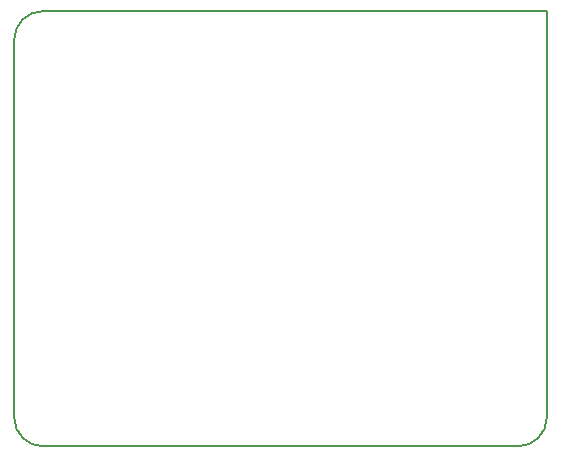
<source format=gm1>
G04 #@! TF.GenerationSoftware,KiCad,Pcbnew,(5.1.5)-3*
G04 #@! TF.CreationDate,2020-08-26T12:51:06+03:00*
G04 #@! TF.ProjectId,body_temp,626f6479-5f74-4656-9d70-2e6b69636164,rev?*
G04 #@! TF.SameCoordinates,Original*
G04 #@! TF.FileFunction,Profile,NP*
%FSLAX46Y46*%
G04 Gerber Fmt 4.6, Leading zero omitted, Abs format (unit mm)*
G04 Created by KiCad (PCBNEW (5.1.5)-3) date 2020-08-26 12:51:06*
%MOMM*%
%LPD*%
G04 APERTURE LIST*
%ADD10C,0.150000*%
G04 APERTURE END LIST*
D10*
X17018000Y-51435000D02*
G75*
G02X14605000Y-49022000I0J2413000D01*
G01*
X59690000Y-49022000D02*
G75*
G02X57277000Y-51435000I-2413000J0D01*
G01*
X14605000Y-17018000D02*
G75*
G02X17018000Y-14605000I2413000J0D01*
G01*
X17018000Y-14605000D02*
X59690000Y-14605000D01*
X14605000Y-49022000D02*
X14605000Y-17018000D01*
X57277000Y-51435000D02*
X17018000Y-51435000D01*
X59690000Y-14605000D02*
X59690000Y-49022000D01*
M02*

</source>
